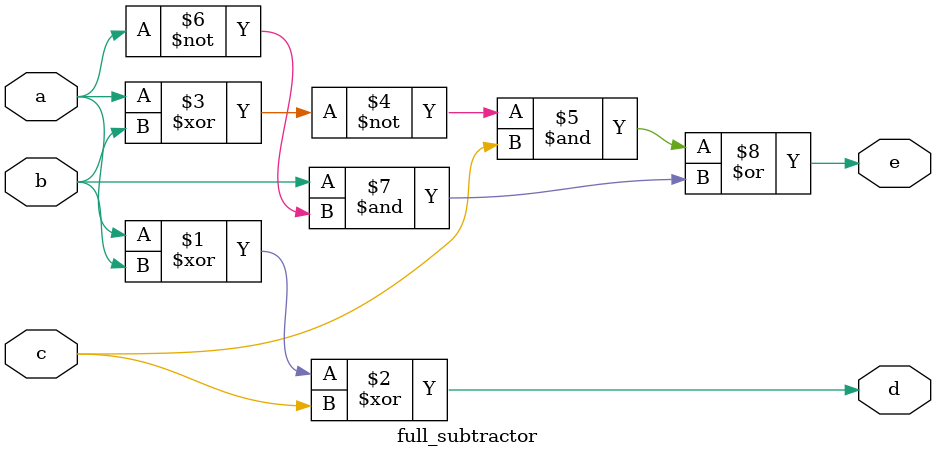
<source format=v>
`timescale 1ns / 1ps


module full_subtractor(
    input a,b,c,
    output d,e
    );
    
    assign d = (a^b)^c;
    assign e = (~(a^b)&c)|(b&~a);
endmodule

</source>
